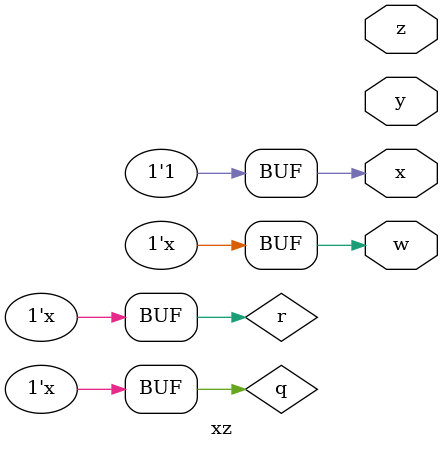
<source format=sv>


module xz(
  output logic w, x, y, z);

  logic p, q, r;

  // let p be undriven
  assign q = 1'bz;
  assign r = 1'bx;

  assign w = q & 1'b1;
  assign x = q | 1'b1;
endmodule

</source>
